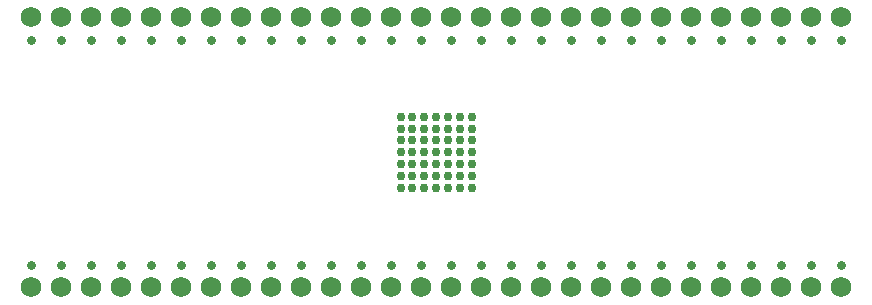
<source format=gbs>
G04 start of page 8 for group -4062 idx -4062 *
G04 Title: (unknown), soldermask *
G04 Creator: pcb 1.99z *
G04 CreationDate: Mon Jul 22 15:03:27 2019 UTC *
G04 For: matt *
G04 Format: Gerber/RS-274X *
G04 PCB-Dimensions (mm): 152.40 127.00 *
G04 PCB-Coordinate-Origin: lower left *
%MOMM*%
%FSLAX43Y43*%
%LNBOTTOMMASK*%
%ADD40C,0.761*%
%ADD39C,0.752*%
%ADD38C,1.752*%
G54D38*X45720Y81280D03*
X43180D03*
X40640D03*
X38100D03*
X53340D03*
X50800D03*
X48260D03*
X35560D03*
X53340Y58420D03*
X50800D03*
X48260D03*
X45720D03*
X43180D03*
X40640D03*
X38100D03*
X35560D03*
X66040Y81280D03*
X63500D03*
X60960D03*
X58420D03*
X55880D03*
X76200Y58420D03*
X73660D03*
X71120D03*
X68580D03*
X66040D03*
X63500D03*
X60960D03*
X58420D03*
X55880D03*
G54D39*X67850Y69850D03*
X66850D03*
X67850Y68850D03*
X66850D03*
X69850Y66850D03*
X68850D03*
X70850D03*
X67850Y67850D03*
X66850D03*
X67850Y66850D03*
X66850D03*
X70850Y67850D03*
X71850D03*
X72850D03*
X71850Y66850D03*
X72850D03*
X69850Y70900D03*
X68850D03*
X69850Y71850D03*
X68850D03*
X69850Y72850D03*
X68850D03*
X70850Y70900D03*
X71850D03*
X72850D03*
X67850D03*
X66850D03*
X67850Y71850D03*
X66850D03*
X67850Y72850D03*
X66850D03*
X70850Y71850D03*
Y72850D03*
X71850D03*
X72850D03*
X71850Y71850D03*
X72850D03*
G54D38*X78740Y81280D03*
Y58420D03*
X81280D03*
G54D39*X70850Y69850D03*
X71850D03*
X72850D03*
X69850D03*
X68850D03*
X69850Y68850D03*
X68850D03*
X69850Y67850D03*
X68850D03*
X70850Y68850D03*
X71850D03*
X72850D03*
G54D38*X104140Y81280D03*
X101600D03*
X99060D03*
X96520D03*
X93980D03*
X91440D03*
X88900D03*
X86360D03*
X83820D03*
X104140Y58420D03*
X101600D03*
X99060D03*
X96520D03*
X93980D03*
X91440D03*
X88900D03*
X86360D03*
X83820D03*
X76200Y81280D03*
X73660D03*
X71120D03*
X68580D03*
X81280D03*
G54D40*X68580Y60325D02*Y60320D01*
X66040Y60325D02*Y60320D01*
X63500Y60325D02*Y60320D01*
X60960Y60325D02*Y60320D01*
X58420Y60325D02*Y60320D01*
X55880Y60325D02*Y60320D01*
X53340Y60325D02*Y60320D01*
X50800Y60325D02*Y60320D01*
X48260Y60325D02*Y60320D01*
X45720Y60325D02*Y60320D01*
X43180Y60325D02*Y60320D01*
X40640Y60325D02*Y60320D01*
X38100Y60325D02*Y60320D01*
X35560Y60325D02*Y60320D01*
X58420Y79375D02*Y79370D01*
X55880Y79375D02*Y79370D01*
X53340Y79375D02*Y79370D01*
X50800Y79375D02*Y79370D01*
X48260Y79375D02*Y79370D01*
X45720Y79375D02*Y79370D01*
X43180Y79375D02*Y79370D01*
X40640Y79375D02*Y79370D01*
X38100Y79375D02*Y79370D01*
X35560Y79375D02*Y79370D01*
X104140Y79375D02*Y79370D01*
X101600Y79375D02*Y79370D01*
X99060Y79360D02*Y79355D01*
X96520Y79375D02*Y79370D01*
X93980Y79375D02*Y79370D01*
X91440Y79375D02*Y79370D01*
X88900Y79375D02*Y79370D01*
X86360Y79375D02*Y79370D01*
X104140Y60325D02*Y60320D01*
X101600Y60325D02*Y60320D01*
X99060Y60325D02*Y60320D01*
X96520Y60325D02*Y60320D01*
X91440Y60325D02*Y60320D01*
X93980Y60325D02*Y60320D01*
X83820Y79375D02*Y79370D01*
X81280Y79375D02*Y79370D01*
X78740Y79375D02*Y79370D01*
X76200Y79375D02*Y79370D01*
X73660Y79375D02*Y79370D01*
X71120Y79375D02*Y79370D01*
X68580Y79375D02*Y79370D01*
X66040Y79375D02*Y79370D01*
X63500Y79375D02*Y79370D01*
X60960Y79375D02*Y79370D01*
X88900Y60325D02*Y60320D01*
X86360Y60325D02*Y60320D01*
X83820Y60325D02*Y60320D01*
X81280Y60325D02*Y60320D01*
X78740Y60325D02*Y60320D01*
X76200Y60325D02*Y60320D01*
X73660Y60325D02*Y60320D01*
X71120Y60325D02*Y60320D01*
M02*

</source>
